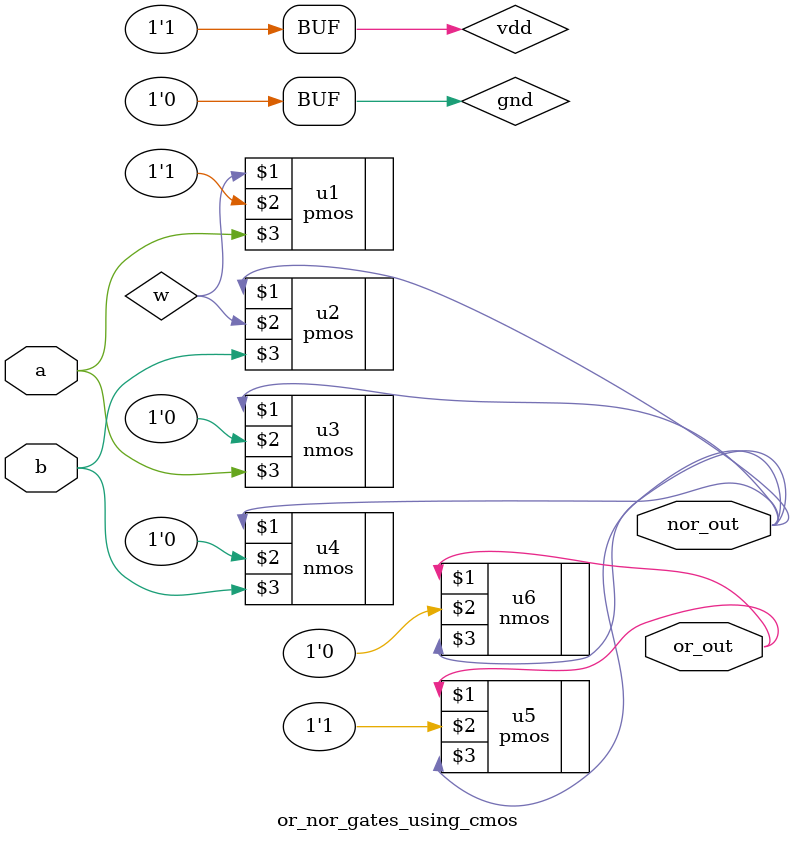
<source format=v>
`timescale 1ns / 1ps


module or_nor_gates_using_cmos(input a,b,output or_out,nor_out);
wire w;
supply1 vdd;
supply0  gnd;
pmos u1(w,vdd,a);
pmos u2( nor_out,w,b);
nmos u3(nor_out,gnd,a);
nmos u4(nor_out,gnd,b);

pmos u5(or_out,vdd,nor_out);
nmos u6(or_out,gnd,nor_out);
endmodule

</source>
